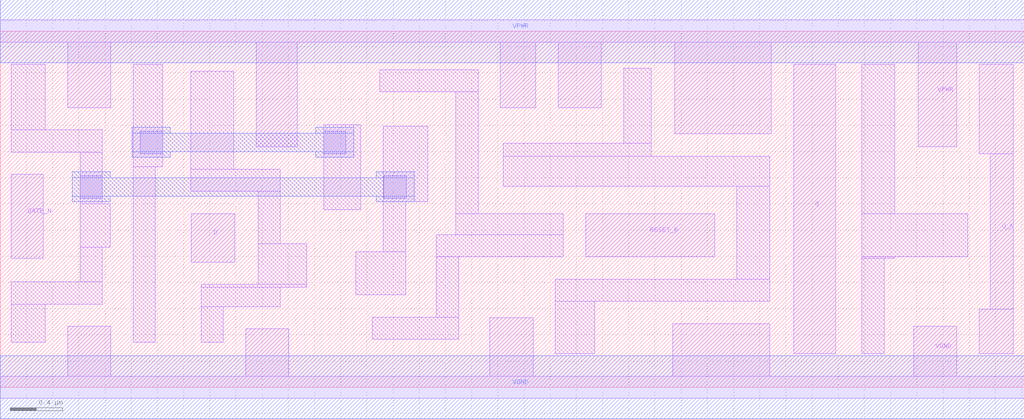
<source format=lef>
# Copyright 2020 The SkyWater PDK Authors
#
# Licensed under the Apache License, Version 2.0 (the "License");
# you may not use this file except in compliance with the License.
# You may obtain a copy of the License at
#
#     https://www.apache.org/licenses/LICENSE-2.0
#
# Unless required by applicable law or agreed to in writing, software
# distributed under the License is distributed on an "AS IS" BASIS,
# WITHOUT WARRANTIES OR CONDITIONS OF ANY KIND, either express or implied.
# See the License for the specific language governing permissions and
# limitations under the License.
#
# SPDX-License-Identifier: Apache-2.0

VERSION 5.5 ;
NAMESCASESENSITIVE ON ;
BUSBITCHARS "[]" ;
DIVIDERCHAR "/" ;
MACRO sky130_fd_sc_hd__dlrbn_1
  CLASS CORE ;
  SOURCE USER ;
  ORIGIN  0.000000  0.000000 ;
  SIZE  7.820000 BY  2.720000 ;
  SYMMETRY X Y R90 ;
  SITE unithd ;
  PIN D
    ANTENNAGATEAREA  0.159000 ;
    DIRECTION INPUT ;
    USE SIGNAL ;
    PORT
      LAYER li1 ;
        RECT 1.460000 0.955000 1.790000 1.325000 ;
    END
  END D
  PIN Q
    ANTENNADIFFAREA  0.429000 ;
    DIRECTION OUTPUT ;
    USE SIGNAL ;
    PORT
      LAYER li1 ;
        RECT 6.060000 0.255000 6.380000 2.465000 ;
    END
  END Q
  PIN Q_N
    ANTENNADIFFAREA  0.429000 ;
    DIRECTION OUTPUT ;
    USE SIGNAL ;
    PORT
      LAYER li1 ;
        RECT 7.475000 0.255000 7.735000 0.595000 ;
        RECT 7.475000 1.785000 7.735000 2.465000 ;
        RECT 7.560000 0.595000 7.735000 1.785000 ;
    END
  END Q_N
  PIN RESET_B
    ANTENNAGATEAREA  0.247500 ;
    DIRECTION INPUT ;
    USE SIGNAL ;
    PORT
      LAYER li1 ;
        RECT 4.470000 0.995000 5.455000 1.325000 ;
    END
  END RESET_B
  PIN GATE_N
    ANTENNAGATEAREA  0.159000 ;
    DIRECTION INPUT ;
    USE CLOCK ;
    PORT
      LAYER li1 ;
        RECT 0.085000 0.985000 0.330000 1.625000 ;
    END
  END GATE_N
  PIN VGND
    DIRECTION INOUT ;
    SHAPE ABUTMENT ;
    USE GROUND ;
    PORT
      LAYER li1 ;
        RECT 0.000000 -0.085000 7.820000 0.085000 ;
        RECT 0.515000  0.085000 0.845000 0.465000 ;
        RECT 1.875000  0.085000 2.205000 0.445000 ;
        RECT 3.740000  0.085000 4.070000 0.530000 ;
        RECT 5.135000  0.085000 5.875000 0.485000 ;
        RECT 6.975000  0.085000 7.305000 0.465000 ;
    END
    PORT
      LAYER met1 ;
        RECT 0.000000 -0.240000 7.820000 0.240000 ;
    END
  END VGND
  PIN VPWR
    DIRECTION INOUT ;
    SHAPE ABUTMENT ;
    USE POWER ;
    PORT
      LAYER li1 ;
        RECT 0.000000 2.635000 7.820000 2.805000 ;
        RECT 0.515000 2.135000 0.845000 2.635000 ;
        RECT 1.955000 1.835000 2.270000 2.635000 ;
        RECT 3.820000 2.135000 4.090000 2.635000 ;
        RECT 4.260000 2.135000 4.590000 2.635000 ;
        RECT 5.150000 1.935000 5.890000 2.635000 ;
        RECT 7.010000 1.835000 7.305000 2.635000 ;
    END
    PORT
      LAYER met1 ;
        RECT 0.000000 2.480000 7.820000 2.960000 ;
    END
  END VPWR
  OBS
    LAYER li1 ;
      RECT 0.085000 0.345000 0.345000 0.635000 ;
      RECT 0.085000 0.635000 0.780000 0.805000 ;
      RECT 0.085000 1.795000 0.780000 1.965000 ;
      RECT 0.085000 1.965000 0.345000 2.465000 ;
      RECT 0.610000 0.805000 0.780000 1.070000 ;
      RECT 0.610000 1.070000 0.840000 1.400000 ;
      RECT 0.610000 1.400000 0.780000 1.795000 ;
      RECT 1.015000 0.345000 1.185000 1.685000 ;
      RECT 1.015000 1.685000 1.240000 2.465000 ;
      RECT 1.455000 1.495000 2.140000 1.665000 ;
      RECT 1.455000 1.665000 1.785000 2.415000 ;
      RECT 1.535000 0.345000 1.705000 0.615000 ;
      RECT 1.535000 0.615000 2.140000 0.765000 ;
      RECT 1.535000 0.765000 2.340000 0.785000 ;
      RECT 1.970000 0.785000 2.340000 1.095000 ;
      RECT 1.970000 1.095000 2.140000 1.495000 ;
      RECT 2.470000 1.355000 2.755000 2.005000 ;
      RECT 2.715000 0.705000 3.095000 1.035000 ;
      RECT 2.840000 0.365000 3.500000 0.535000 ;
      RECT 2.900000 2.255000 3.650000 2.425000 ;
      RECT 2.925000 1.035000 3.095000 1.415000 ;
      RECT 2.925000 1.415000 3.265000 1.995000 ;
      RECT 3.330000 0.535000 3.500000 0.995000 ;
      RECT 3.330000 0.995000 4.300000 1.165000 ;
      RECT 3.480000 1.165000 4.300000 1.325000 ;
      RECT 3.480000 1.325000 3.650000 2.255000 ;
      RECT 3.840000 1.535000 5.875000 1.765000 ;
      RECT 3.840000 1.765000 4.970000 1.865000 ;
      RECT 4.240000 0.255000 4.540000 0.655000 ;
      RECT 4.240000 0.655000 5.875000 0.825000 ;
      RECT 4.760000 1.865000 4.970000 2.435000 ;
      RECT 5.625000 0.825000 5.875000 1.535000 ;
      RECT 6.580000 0.255000 6.750000 0.985000 ;
      RECT 6.580000 0.985000 6.830000 0.995000 ;
      RECT 6.580000 0.995000 7.390000 1.325000 ;
      RECT 6.580000 1.325000 6.830000 2.465000 ;
    LAYER mcon ;
      RECT 0.610000 1.445000 0.780000 1.615000 ;
      RECT 1.070000 1.785000 1.240000 1.955000 ;
      RECT 2.470000 1.785000 2.640000 1.955000 ;
      RECT 2.930000 1.445000 3.100000 1.615000 ;
    LAYER met1 ;
      RECT 0.550000 1.415000 0.840000 1.460000 ;
      RECT 0.550000 1.460000 3.160000 1.600000 ;
      RECT 0.550000 1.600000 0.840000 1.645000 ;
      RECT 1.010000 1.755000 1.300000 1.800000 ;
      RECT 1.010000 1.800000 2.700000 1.940000 ;
      RECT 1.010000 1.940000 1.300000 1.985000 ;
      RECT 2.410000 1.755000 2.700000 1.800000 ;
      RECT 2.410000 1.940000 2.700000 1.985000 ;
      RECT 2.870000 1.415000 3.160000 1.460000 ;
      RECT 2.870000 1.600000 3.160000 1.645000 ;
  END
END sky130_fd_sc_hd__dlrbn_1
END LIBRARY

</source>
